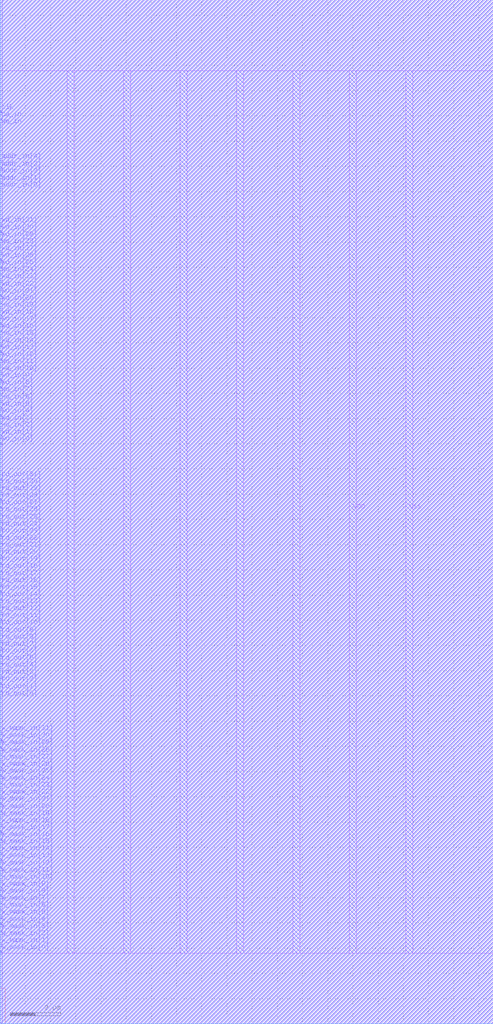
<source format=lef>
VERSION 5.7 ;
BUSBITCHARS "[]" ;
MACRO fakeram45_32x32_upper
  FOREIGN fakeram45_32x32_upper 0 0 ;
  SYMMETRY X Y R90 ;
  SIZE 0.19 BY 1.4 ;
  CLASS BLOCK ;
  PIN w_mask_in[0]
    DIRECTION INPUT ;
    USE SIGNAL ;
    SHAPE ABUTMENT ;
    PORT
      LAYER metal18 ;
      RECT 0.000 2.800 0.070 2.870 ;
    END
  END w_mask_in[0]
  PIN w_mask_in[1]
    DIRECTION INPUT ;
    USE SIGNAL ;
    SHAPE ABUTMENT ;
    PORT
      LAYER metal18 ;
      RECT 0.000 3.080 0.070 3.150 ;
    END
  END w_mask_in[1]
  PIN w_mask_in[2]
    DIRECTION INPUT ;
    USE SIGNAL ;
    SHAPE ABUTMENT ;
    PORT
      LAYER metal18 ;
      RECT 0.000 3.360 0.070 3.430 ;
    END
  END w_mask_in[2]
  PIN w_mask_in[3]
    DIRECTION INPUT ;
    USE SIGNAL ;
    SHAPE ABUTMENT ;
    PORT
      LAYER metal18 ;
      RECT 0.000 3.640 0.070 3.710 ;
    END
  END w_mask_in[3]
  PIN w_mask_in[4]
    DIRECTION INPUT ;
    USE SIGNAL ;
    SHAPE ABUTMENT ;
    PORT
      LAYER metal18 ;
      RECT 0.000 3.920 0.070 3.990 ;
    END
  END w_mask_in[4]
  PIN w_mask_in[5]
    DIRECTION INPUT ;
    USE SIGNAL ;
    SHAPE ABUTMENT ;
    PORT
      LAYER metal18 ;
      RECT 0.000 4.200 0.070 4.270 ;
    END
  END w_mask_in[5]
  PIN w_mask_in[6]
    DIRECTION INPUT ;
    USE SIGNAL ;
    SHAPE ABUTMENT ;
    PORT
      LAYER metal18 ;
      RECT 0.000 4.480 0.070 4.550 ;
    END
  END w_mask_in[6]
  PIN w_mask_in[7]
    DIRECTION INPUT ;
    USE SIGNAL ;
    SHAPE ABUTMENT ;
    PORT
      LAYER metal18 ;
      RECT 0.000 4.760 0.070 4.830 ;
    END
  END w_mask_in[7]
  PIN w_mask_in[8]
    DIRECTION INPUT ;
    USE SIGNAL ;
    SHAPE ABUTMENT ;
    PORT
      LAYER metal18 ;
      RECT 0.000 5.040 0.070 5.110 ;
    END
  END w_mask_in[8]
  PIN w_mask_in[9]
    DIRECTION INPUT ;
    USE SIGNAL ;
    SHAPE ABUTMENT ;
    PORT
      LAYER metal18 ;
      RECT 0.000 5.320 0.070 5.390 ;
    END
  END w_mask_in[9]
  PIN w_mask_in[10]
    DIRECTION INPUT ;
    USE SIGNAL ;
    SHAPE ABUTMENT ;
    PORT
      LAYER metal18 ;
      RECT 0.000 5.600 0.070 5.670 ;
    END
  END w_mask_in[10]
  PIN w_mask_in[11]
    DIRECTION INPUT ;
    USE SIGNAL ;
    SHAPE ABUTMENT ;
    PORT
      LAYER metal18 ;
      RECT 0.000 5.880 0.070 5.950 ;
    END
  END w_mask_in[11]
  PIN w_mask_in[12]
    DIRECTION INPUT ;
    USE SIGNAL ;
    SHAPE ABUTMENT ;
    PORT
      LAYER metal18 ;
      RECT 0.000 6.160 0.070 6.230 ;
    END
  END w_mask_in[12]
  PIN w_mask_in[13]
    DIRECTION INPUT ;
    USE SIGNAL ;
    SHAPE ABUTMENT ;
    PORT
      LAYER metal18 ;
      RECT 0.000 6.440 0.070 6.510 ;
    END
  END w_mask_in[13]
  PIN w_mask_in[14]
    DIRECTION INPUT ;
    USE SIGNAL ;
    SHAPE ABUTMENT ;
    PORT
      LAYER metal18 ;
      RECT 0.000 6.720 0.070 6.790 ;
    END
  END w_mask_in[14]
  PIN w_mask_in[15]
    DIRECTION INPUT ;
    USE SIGNAL ;
    SHAPE ABUTMENT ;
    PORT
      LAYER metal18 ;
      RECT 0.000 7.000 0.070 7.070 ;
    END
  END w_mask_in[15]
  PIN w_mask_in[16]
    DIRECTION INPUT ;
    USE SIGNAL ;
    SHAPE ABUTMENT ;
    PORT
      LAYER metal18 ;
      RECT 0.000 7.280 0.070 7.350 ;
    END
  END w_mask_in[16]
  PIN w_mask_in[17]
    DIRECTION INPUT ;
    USE SIGNAL ;
    SHAPE ABUTMENT ;
    PORT
      LAYER metal18 ;
      RECT 0.000 7.560 0.070 7.630 ;
    END
  END w_mask_in[17]
  PIN w_mask_in[18]
    DIRECTION INPUT ;
    USE SIGNAL ;
    SHAPE ABUTMENT ;
    PORT
      LAYER metal18 ;
      RECT 0.000 7.840 0.070 7.910 ;
    END
  END w_mask_in[18]
  PIN w_mask_in[19]
    DIRECTION INPUT ;
    USE SIGNAL ;
    SHAPE ABUTMENT ;
    PORT
      LAYER metal18 ;
      RECT 0.000 8.120 0.070 8.190 ;
    END
  END w_mask_in[19]
  PIN w_mask_in[20]
    DIRECTION INPUT ;
    USE SIGNAL ;
    SHAPE ABUTMENT ;
    PORT
      LAYER metal18 ;
      RECT 0.000 8.400 0.070 8.470 ;
    END
  END w_mask_in[20]
  PIN w_mask_in[21]
    DIRECTION INPUT ;
    USE SIGNAL ;
    SHAPE ABUTMENT ;
    PORT
      LAYER metal18 ;
      RECT 0.000 8.680 0.070 8.750 ;
    END
  END w_mask_in[21]
  PIN w_mask_in[22]
    DIRECTION INPUT ;
    USE SIGNAL ;
    SHAPE ABUTMENT ;
    PORT
      LAYER metal18 ;
      RECT 0.000 8.960 0.070 9.030 ;
    END
  END w_mask_in[22]
  PIN w_mask_in[23]
    DIRECTION INPUT ;
    USE SIGNAL ;
    SHAPE ABUTMENT ;
    PORT
      LAYER metal18 ;
      RECT 0.000 9.240 0.070 9.310 ;
    END
  END w_mask_in[23]
  PIN w_mask_in[24]
    DIRECTION INPUT ;
    USE SIGNAL ;
    SHAPE ABUTMENT ;
    PORT
      LAYER metal18 ;
      RECT 0.000 9.520 0.070 9.590 ;
    END
  END w_mask_in[24]
  PIN w_mask_in[25]
    DIRECTION INPUT ;
    USE SIGNAL ;
    SHAPE ABUTMENT ;
    PORT
      LAYER metal18 ;
      RECT 0.000 9.800 0.070 9.870 ;
    END
  END w_mask_in[25]
  PIN w_mask_in[26]
    DIRECTION INPUT ;
    USE SIGNAL ;
    SHAPE ABUTMENT ;
    PORT
      LAYER metal18 ;
      RECT 0.000 10.080 0.070 10.150 ;
    END
  END w_mask_in[26]
  PIN w_mask_in[27]
    DIRECTION INPUT ;
    USE SIGNAL ;
    SHAPE ABUTMENT ;
    PORT
      LAYER metal18 ;
      RECT 0.000 10.360 0.070 10.430 ;
    END
  END w_mask_in[27]
  PIN w_mask_in[28]
    DIRECTION INPUT ;
    USE SIGNAL ;
    SHAPE ABUTMENT ;
    PORT
      LAYER metal18 ;
      RECT 0.000 10.640 0.070 10.710 ;
    END
  END w_mask_in[28]
  PIN w_mask_in[29]
    DIRECTION INPUT ;
    USE SIGNAL ;
    SHAPE ABUTMENT ;
    PORT
      LAYER metal18 ;
      RECT 0.000 10.920 0.070 10.990 ;
    END
  END w_mask_in[29]
  PIN w_mask_in[30]
    DIRECTION INPUT ;
    USE SIGNAL ;
    SHAPE ABUTMENT ;
    PORT
      LAYER metal18 ;
      RECT 0.000 11.200 0.070 11.270 ;
    END
  END w_mask_in[30]
  PIN w_mask_in[31]
    DIRECTION INPUT ;
    USE SIGNAL ;
    SHAPE ABUTMENT ;
    PORT
      LAYER metal18 ;
      RECT 0.000 11.480 0.070 11.550 ;
    END
  END w_mask_in[31]
  PIN rd_out[0]
    DIRECTION OUTPUT ;
    USE SIGNAL ;
    SHAPE ABUTMENT ;
    PORT
      LAYER metal18 ;
      RECT 0.000 12.880 0.070 12.950 ;
    END
  END rd_out[0]
  PIN rd_out[1]
    DIRECTION OUTPUT ;
    USE SIGNAL ;
    SHAPE ABUTMENT ;
    PORT
      LAYER metal18 ;
      RECT 0.000 13.160 0.070 13.230 ;
    END
  END rd_out[1]
  PIN rd_out[2]
    DIRECTION OUTPUT ;
    USE SIGNAL ;
    SHAPE ABUTMENT ;
    PORT
      LAYER metal18 ;
      RECT 0.000 13.440 0.070 13.510 ;
    END
  END rd_out[2]
  PIN rd_out[3]
    DIRECTION OUTPUT ;
    USE SIGNAL ;
    SHAPE ABUTMENT ;
    PORT
      LAYER metal18 ;
      RECT 0.000 13.720 0.070 13.790 ;
    END
  END rd_out[3]
  PIN rd_out[4]
    DIRECTION OUTPUT ;
    USE SIGNAL ;
    SHAPE ABUTMENT ;
    PORT
      LAYER metal18 ;
      RECT 0.000 14.000 0.070 14.070 ;
    END
  END rd_out[4]
  PIN rd_out[5]
    DIRECTION OUTPUT ;
    USE SIGNAL ;
    SHAPE ABUTMENT ;
    PORT
      LAYER metal18 ;
      RECT 0.000 14.280 0.070 14.350 ;
    END
  END rd_out[5]
  PIN rd_out[6]
    DIRECTION OUTPUT ;
    USE SIGNAL ;
    SHAPE ABUTMENT ;
    PORT
      LAYER metal18 ;
      RECT 0.000 14.560 0.070 14.630 ;
    END
  END rd_out[6]
  PIN rd_out[7]
    DIRECTION OUTPUT ;
    USE SIGNAL ;
    SHAPE ABUTMENT ;
    PORT
      LAYER metal18 ;
      RECT 0.000 14.840 0.070 14.910 ;
    END
  END rd_out[7]
  PIN rd_out[8]
    DIRECTION OUTPUT ;
    USE SIGNAL ;
    SHAPE ABUTMENT ;
    PORT
      LAYER metal18 ;
      RECT 0.000 15.120 0.070 15.190 ;
    END
  END rd_out[8]
  PIN rd_out[9]
    DIRECTION OUTPUT ;
    USE SIGNAL ;
    SHAPE ABUTMENT ;
    PORT
      LAYER metal18 ;
      RECT 0.000 15.400 0.070 15.470 ;
    END
  END rd_out[9]
  PIN rd_out[10]
    DIRECTION OUTPUT ;
    USE SIGNAL ;
    SHAPE ABUTMENT ;
    PORT
      LAYER metal18 ;
      RECT 0.000 15.680 0.070 15.750 ;
    END
  END rd_out[10]
  PIN rd_out[11]
    DIRECTION OUTPUT ;
    USE SIGNAL ;
    SHAPE ABUTMENT ;
    PORT
      LAYER metal18 ;
      RECT 0.000 15.960 0.070 16.030 ;
    END
  END rd_out[11]
  PIN rd_out[12]
    DIRECTION OUTPUT ;
    USE SIGNAL ;
    SHAPE ABUTMENT ;
    PORT
      LAYER metal18 ;
      RECT 0.000 16.240 0.070 16.310 ;
    END
  END rd_out[12]
  PIN rd_out[13]
    DIRECTION OUTPUT ;
    USE SIGNAL ;
    SHAPE ABUTMENT ;
    PORT
      LAYER metal18 ;
      RECT 0.000 16.520 0.070 16.590 ;
    END
  END rd_out[13]
  PIN rd_out[14]
    DIRECTION OUTPUT ;
    USE SIGNAL ;
    SHAPE ABUTMENT ;
    PORT
      LAYER metal18 ;
      RECT 0.000 16.800 0.070 16.870 ;
    END
  END rd_out[14]
  PIN rd_out[15]
    DIRECTION OUTPUT ;
    USE SIGNAL ;
    SHAPE ABUTMENT ;
    PORT
      LAYER metal18 ;
      RECT 0.000 17.080 0.070 17.150 ;
    END
  END rd_out[15]
  PIN rd_out[16]
    DIRECTION OUTPUT ;
    USE SIGNAL ;
    SHAPE ABUTMENT ;
    PORT
      LAYER metal18 ;
      RECT 0.000 17.360 0.070 17.430 ;
    END
  END rd_out[16]
  PIN rd_out[17]
    DIRECTION OUTPUT ;
    USE SIGNAL ;
    SHAPE ABUTMENT ;
    PORT
      LAYER metal18 ;
      RECT 0.000 17.640 0.070 17.710 ;
    END
  END rd_out[17]
  PIN rd_out[18]
    DIRECTION OUTPUT ;
    USE SIGNAL ;
    SHAPE ABUTMENT ;
    PORT
      LAYER metal18 ;
      RECT 0.000 17.920 0.070 17.990 ;
    END
  END rd_out[18]
  PIN rd_out[19]
    DIRECTION OUTPUT ;
    USE SIGNAL ;
    SHAPE ABUTMENT ;
    PORT
      LAYER metal18 ;
      RECT 0.000 18.200 0.070 18.270 ;
    END
  END rd_out[19]
  PIN rd_out[20]
    DIRECTION OUTPUT ;
    USE SIGNAL ;
    SHAPE ABUTMENT ;
    PORT
      LAYER metal18 ;
      RECT 0.000 18.480 0.070 18.550 ;
    END
  END rd_out[20]
  PIN rd_out[21]
    DIRECTION OUTPUT ;
    USE SIGNAL ;
    SHAPE ABUTMENT ;
    PORT
      LAYER metal18 ;
      RECT 0.000 18.760 0.070 18.830 ;
    END
  END rd_out[21]
  PIN rd_out[22]
    DIRECTION OUTPUT ;
    USE SIGNAL ;
    SHAPE ABUTMENT ;
    PORT
      LAYER metal18 ;
      RECT 0.000 19.040 0.070 19.110 ;
    END
  END rd_out[22]
  PIN rd_out[23]
    DIRECTION OUTPUT ;
    USE SIGNAL ;
    SHAPE ABUTMENT ;
    PORT
      LAYER metal18 ;
      RECT 0.000 19.320 0.070 19.390 ;
    END
  END rd_out[23]
  PIN rd_out[24]
    DIRECTION OUTPUT ;
    USE SIGNAL ;
    SHAPE ABUTMENT ;
    PORT
      LAYER metal18 ;
      RECT 0.000 19.600 0.070 19.670 ;
    END
  END rd_out[24]
  PIN rd_out[25]
    DIRECTION OUTPUT ;
    USE SIGNAL ;
    SHAPE ABUTMENT ;
    PORT
      LAYER metal18 ;
      RECT 0.000 19.880 0.070 19.950 ;
    END
  END rd_out[25]
  PIN rd_out[26]
    DIRECTION OUTPUT ;
    USE SIGNAL ;
    SHAPE ABUTMENT ;
    PORT
      LAYER metal18 ;
      RECT 0.000 20.160 0.070 20.230 ;
    END
  END rd_out[26]
  PIN rd_out[27]
    DIRECTION OUTPUT ;
    USE SIGNAL ;
    SHAPE ABUTMENT ;
    PORT
      LAYER metal18 ;
      RECT 0.000 20.440 0.070 20.510 ;
    END
  END rd_out[27]
  PIN rd_out[28]
    DIRECTION OUTPUT ;
    USE SIGNAL ;
    SHAPE ABUTMENT ;
    PORT
      LAYER metal18 ;
      RECT 0.000 20.720 0.070 20.790 ;
    END
  END rd_out[28]
  PIN rd_out[29]
    DIRECTION OUTPUT ;
    USE SIGNAL ;
    SHAPE ABUTMENT ;
    PORT
      LAYER metal18 ;
      RECT 0.000 21.000 0.070 21.070 ;
    END
  END rd_out[29]
  PIN rd_out[30]
    DIRECTION OUTPUT ;
    USE SIGNAL ;
    SHAPE ABUTMENT ;
    PORT
      LAYER metal18 ;
      RECT 0.000 21.280 0.070 21.350 ;
    END
  END rd_out[30]
  PIN rd_out[31]
    DIRECTION OUTPUT ;
    USE SIGNAL ;
    SHAPE ABUTMENT ;
    PORT
      LAYER metal18 ;
      RECT 0.000 21.560 0.070 21.630 ;
    END
  END rd_out[31]
  PIN wd_in[0]
    DIRECTION INPUT ;
    USE SIGNAL ;
    SHAPE ABUTMENT ;
    PORT
      LAYER metal18 ;
      RECT 0.000 22.960 0.070 23.030 ;
    END
  END wd_in[0]
  PIN wd_in[1]
    DIRECTION INPUT ;
    USE SIGNAL ;
    SHAPE ABUTMENT ;
    PORT
      LAYER metal18 ;
      RECT 0.000 23.240 0.070 23.310 ;
    END
  END wd_in[1]
  PIN wd_in[2]
    DIRECTION INPUT ;
    USE SIGNAL ;
    SHAPE ABUTMENT ;
    PORT
      LAYER metal18 ;
      RECT 0.000 23.520 0.070 23.590 ;
    END
  END wd_in[2]
  PIN wd_in[3]
    DIRECTION INPUT ;
    USE SIGNAL ;
    SHAPE ABUTMENT ;
    PORT
      LAYER metal18 ;
      RECT 0.000 23.800 0.070 23.870 ;
    END
  END wd_in[3]
  PIN wd_in[4]
    DIRECTION INPUT ;
    USE SIGNAL ;
    SHAPE ABUTMENT ;
    PORT
      LAYER metal18 ;
      RECT 0.000 24.080 0.070 24.150 ;
    END
  END wd_in[4]
  PIN wd_in[5]
    DIRECTION INPUT ;
    USE SIGNAL ;
    SHAPE ABUTMENT ;
    PORT
      LAYER metal18 ;
      RECT 0.000 24.360 0.070 24.430 ;
    END
  END wd_in[5]
  PIN wd_in[6]
    DIRECTION INPUT ;
    USE SIGNAL ;
    SHAPE ABUTMENT ;
    PORT
      LAYER metal18 ;
      RECT 0.000 24.640 0.070 24.710 ;
    END
  END wd_in[6]
  PIN wd_in[7]
    DIRECTION INPUT ;
    USE SIGNAL ;
    SHAPE ABUTMENT ;
    PORT
      LAYER metal18 ;
      RECT 0.000 24.920 0.070 24.990 ;
    END
  END wd_in[7]
  PIN wd_in[8]
    DIRECTION INPUT ;
    USE SIGNAL ;
    SHAPE ABUTMENT ;
    PORT
      LAYER metal18 ;
      RECT 0.000 25.200 0.070 25.270 ;
    END
  END wd_in[8]
  PIN wd_in[9]
    DIRECTION INPUT ;
    USE SIGNAL ;
    SHAPE ABUTMENT ;
    PORT
      LAYER metal18 ;
      RECT 0.000 25.480 0.070 25.550 ;
    END
  END wd_in[9]
  PIN wd_in[10]
    DIRECTION INPUT ;
    USE SIGNAL ;
    SHAPE ABUTMENT ;
    PORT
      LAYER metal18 ;
      RECT 0.000 25.760 0.070 25.830 ;
    END
  END wd_in[10]
  PIN wd_in[11]
    DIRECTION INPUT ;
    USE SIGNAL ;
    SHAPE ABUTMENT ;
    PORT
      LAYER metal18 ;
      RECT 0.000 26.040 0.070 26.110 ;
    END
  END wd_in[11]
  PIN wd_in[12]
    DIRECTION INPUT ;
    USE SIGNAL ;
    SHAPE ABUTMENT ;
    PORT
      LAYER metal18 ;
      RECT 0.000 26.320 0.070 26.390 ;
    END
  END wd_in[12]
  PIN wd_in[13]
    DIRECTION INPUT ;
    USE SIGNAL ;
    SHAPE ABUTMENT ;
    PORT
      LAYER metal18 ;
      RECT 0.000 26.600 0.070 26.670 ;
    END
  END wd_in[13]
  PIN wd_in[14]
    DIRECTION INPUT ;
    USE SIGNAL ;
    SHAPE ABUTMENT ;
    PORT
      LAYER metal18 ;
      RECT 0.000 26.880 0.070 26.950 ;
    END
  END wd_in[14]
  PIN wd_in[15]
    DIRECTION INPUT ;
    USE SIGNAL ;
    SHAPE ABUTMENT ;
    PORT
      LAYER metal18 ;
      RECT 0.000 27.160 0.070 27.230 ;
    END
  END wd_in[15]
  PIN wd_in[16]
    DIRECTION INPUT ;
    USE SIGNAL ;
    SHAPE ABUTMENT ;
    PORT
      LAYER metal18 ;
      RECT 0.000 27.440 0.070 27.510 ;
    END
  END wd_in[16]
  PIN wd_in[17]
    DIRECTION INPUT ;
    USE SIGNAL ;
    SHAPE ABUTMENT ;
    PORT
      LAYER metal18 ;
      RECT 0.000 27.720 0.070 27.790 ;
    END
  END wd_in[17]
  PIN wd_in[18]
    DIRECTION INPUT ;
    USE SIGNAL ;
    SHAPE ABUTMENT ;
    PORT
      LAYER metal18 ;
      RECT 0.000 28.000 0.070 28.070 ;
    END
  END wd_in[18]
  PIN wd_in[19]
    DIRECTION INPUT ;
    USE SIGNAL ;
    SHAPE ABUTMENT ;
    PORT
      LAYER metal18 ;
      RECT 0.000 28.280 0.070 28.350 ;
    END
  END wd_in[19]
  PIN wd_in[20]
    DIRECTION INPUT ;
    USE SIGNAL ;
    SHAPE ABUTMENT ;
    PORT
      LAYER metal18 ;
      RECT 0.000 28.560 0.070 28.630 ;
    END
  END wd_in[20]
  PIN wd_in[21]
    DIRECTION INPUT ;
    USE SIGNAL ;
    SHAPE ABUTMENT ;
    PORT
      LAYER metal18 ;
      RECT 0.000 28.840 0.070 28.910 ;
    END
  END wd_in[21]
  PIN wd_in[22]
    DIRECTION INPUT ;
    USE SIGNAL ;
    SHAPE ABUTMENT ;
    PORT
      LAYER metal18 ;
      RECT 0.000 29.120 0.070 29.190 ;
    END
  END wd_in[22]
  PIN wd_in[23]
    DIRECTION INPUT ;
    USE SIGNAL ;
    SHAPE ABUTMENT ;
    PORT
      LAYER metal18 ;
      RECT 0.000 29.400 0.070 29.470 ;
    END
  END wd_in[23]
  PIN wd_in[24]
    DIRECTION INPUT ;
    USE SIGNAL ;
    SHAPE ABUTMENT ;
    PORT
      LAYER metal18 ;
      RECT 0.000 29.680 0.070 29.750 ;
    END
  END wd_in[24]
  PIN wd_in[25]
    DIRECTION INPUT ;
    USE SIGNAL ;
    SHAPE ABUTMENT ;
    PORT
      LAYER metal18 ;
      RECT 0.000 29.960 0.070 30.030 ;
    END
  END wd_in[25]
  PIN wd_in[26]
    DIRECTION INPUT ;
    USE SIGNAL ;
    SHAPE ABUTMENT ;
    PORT
      LAYER metal18 ;
      RECT 0.000 30.240 0.070 30.310 ;
    END
  END wd_in[26]
  PIN wd_in[27]
    DIRECTION INPUT ;
    USE SIGNAL ;
    SHAPE ABUTMENT ;
    PORT
      LAYER metal18 ;
      RECT 0.000 30.520 0.070 30.590 ;
    END
  END wd_in[27]
  PIN wd_in[28]
    DIRECTION INPUT ;
    USE SIGNAL ;
    SHAPE ABUTMENT ;
    PORT
      LAYER metal18 ;
      RECT 0.000 30.800 0.070 30.870 ;
    END
  END wd_in[28]
  PIN wd_in[29]
    DIRECTION INPUT ;
    USE SIGNAL ;
    SHAPE ABUTMENT ;
    PORT
      LAYER metal18 ;
      RECT 0.000 31.080 0.070 31.150 ;
    END
  END wd_in[29]
  PIN wd_in[30]
    DIRECTION INPUT ;
    USE SIGNAL ;
    SHAPE ABUTMENT ;
    PORT
      LAYER metal18 ;
      RECT 0.000 31.360 0.070 31.430 ;
    END
  END wd_in[30]
  PIN wd_in[31]
    DIRECTION INPUT ;
    USE SIGNAL ;
    SHAPE ABUTMENT ;
    PORT
      LAYER metal18 ;
      RECT 0.000 31.640 0.070 31.710 ;
    END
  END wd_in[31]
  PIN addr_in[0]
    DIRECTION INPUT ;
    USE SIGNAL ;
    SHAPE ABUTMENT ;
    PORT
      LAYER metal18 ;
      RECT 0.000 33.040 0.070 33.110 ;
    END
  END addr_in[0]
  PIN addr_in[1]
    DIRECTION INPUT ;
    USE SIGNAL ;
    SHAPE ABUTMENT ;
    PORT
      LAYER metal18 ;
      RECT 0.000 33.320 0.070 33.390 ;
    END
  END addr_in[1]
  PIN addr_in[2]
    DIRECTION INPUT ;
    USE SIGNAL ;
    SHAPE ABUTMENT ;
    PORT
      LAYER metal18 ;
      RECT 0.000 33.600 0.070 33.670 ;
    END
  END addr_in[2]
  PIN addr_in[3]
    DIRECTION INPUT ;
    USE SIGNAL ;
    SHAPE ABUTMENT ;
    PORT
      LAYER metal18 ;
      RECT 0.000 33.880 0.070 33.950 ;
    END
  END addr_in[3]
  PIN addr_in[4]
    DIRECTION INPUT ;
    USE SIGNAL ;
    SHAPE ABUTMENT ;
    PORT
      LAYER metal18 ;
      RECT 0.000 34.160 0.070 34.230 ;
    END
  END addr_in[4]
  PIN we_in
    DIRECTION INPUT ;
    USE SIGNAL ;
    SHAPE ABUTMENT ;
    PORT
      LAYER metal18 ;
      RECT 0.000 35.560 0.070 35.630 ;
    END
  END we_in
  PIN ce_in
    DIRECTION INPUT ;
    USE SIGNAL ;
    SHAPE ABUTMENT ;
    PORT
      LAYER metal18 ;
      RECT 0.000 35.840 0.070 35.910 ;
    END
  END ce_in
  PIN clk
    DIRECTION INPUT ;
    USE SIGNAL ;
    SHAPE ABUTMENT ;
    PORT
      LAYER metal18 ;
      RECT 0.000 36.120 0.070 36.190 ;
    END
  END clk
  PIN VSS
    DIRECTION INOUT ;
    USE GROUND ;
    PORT
      LAYER metal17 ;
      RECT 2.660 2.800 2.940 37.800 ;
      RECT 7.140 2.800 7.420 37.800 ;
      RECT 11.620 2.800 11.900 37.800 ;
      RECT 16.100 2.800 16.380 37.800 ;
    END
  END VSS
  PIN VDD
    DIRECTION INOUT ;
    USE POWER ;
    PORT
      LAYER metal17 ;
      RECT 4.900 2.800 5.180 37.800 ;
      RECT 9.380 2.800 9.660 37.800 ;
      RECT 13.860 2.800 14.140 37.800 ;
    END
  END VDD
  OBS
    LAYER metal20 ;
    RECT 0 0 19.570 40.600 ;
    LAYER metal19 ;
    RECT 0 0 19.570 40.600 ;
    LAYER metal18 ;
    RECT 0.070 0 19.570 40.600 ;
    RECT 0 0.000 0.070 2.800 ;
    RECT 0 2.870 0.070 3.080 ;
    RECT 0 3.150 0.070 3.360 ;
    RECT 0 3.430 0.070 3.640 ;
    RECT 0 3.710 0.070 3.920 ;
    RECT 0 3.990 0.070 4.200 ;
    RECT 0 4.270 0.070 4.480 ;
    RECT 0 4.550 0.070 4.760 ;
    RECT 0 4.830 0.070 5.040 ;
    RECT 0 5.110 0.070 5.320 ;
    RECT 0 5.390 0.070 5.600 ;
    RECT 0 5.670 0.070 5.880 ;
    RECT 0 5.950 0.070 6.160 ;
    RECT 0 6.230 0.070 6.440 ;
    RECT 0 6.510 0.070 6.720 ;
    RECT 0 6.790 0.070 7.000 ;
    RECT 0 7.070 0.070 7.280 ;
    RECT 0 7.350 0.070 7.560 ;
    RECT 0 7.630 0.070 7.840 ;
    RECT 0 7.910 0.070 8.120 ;
    RECT 0 8.190 0.070 8.400 ;
    RECT 0 8.470 0.070 8.680 ;
    RECT 0 8.750 0.070 8.960 ;
    RECT 0 9.030 0.070 9.240 ;
    RECT 0 9.310 0.070 9.520 ;
    RECT 0 9.590 0.070 9.800 ;
    RECT 0 9.870 0.070 10.080 ;
    RECT 0 10.150 0.070 10.360 ;
    RECT 0 10.430 0.070 10.640 ;
    RECT 0 10.710 0.070 10.920 ;
    RECT 0 10.990 0.070 11.200 ;
    RECT 0 11.270 0.070 11.480 ;
    RECT 0 11.550 0.070 12.880 ;
    RECT 0 12.950 0.070 13.160 ;
    RECT 0 13.230 0.070 13.440 ;
    RECT 0 13.510 0.070 13.720 ;
    RECT 0 13.790 0.070 14.000 ;
    RECT 0 14.070 0.070 14.280 ;
    RECT 0 14.350 0.070 14.560 ;
    RECT 0 14.630 0.070 14.840 ;
    RECT 0 14.910 0.070 15.120 ;
    RECT 0 15.190 0.070 15.400 ;
    RECT 0 15.470 0.070 15.680 ;
    RECT 0 15.750 0.070 15.960 ;
    RECT 0 16.030 0.070 16.240 ;
    RECT 0 16.310 0.070 16.520 ;
    RECT 0 16.590 0.070 16.800 ;
    RECT 0 16.870 0.070 17.080 ;
    RECT 0 17.150 0.070 17.360 ;
    RECT 0 17.430 0.070 17.640 ;
    RECT 0 17.710 0.070 17.920 ;
    RECT 0 17.990 0.070 18.200 ;
    RECT 0 18.270 0.070 18.480 ;
    RECT 0 18.550 0.070 18.760 ;
    RECT 0 18.830 0.070 19.040 ;
    RECT 0 19.110 0.070 19.320 ;
    RECT 0 19.390 0.070 19.600 ;
    RECT 0 19.670 0.070 19.880 ;
    RECT 0 19.950 0.070 20.160 ;
    RECT 0 20.230 0.070 20.440 ;
    RECT 0 20.510 0.070 20.720 ;
    RECT 0 20.790 0.070 21.000 ;
    RECT 0 21.070 0.070 21.280 ;
    RECT 0 21.350 0.070 21.560 ;
    RECT 0 21.630 0.070 22.960 ;
    RECT 0 23.030 0.070 23.240 ;
    RECT 0 23.310 0.070 23.520 ;
    RECT 0 23.590 0.070 23.800 ;
    RECT 0 23.870 0.070 24.080 ;
    RECT 0 24.150 0.070 24.360 ;
    RECT 0 24.430 0.070 24.640 ;
    RECT 0 24.710 0.070 24.920 ;
    RECT 0 24.990 0.070 25.200 ;
    RECT 0 25.270 0.070 25.480 ;
    RECT 0 25.550 0.070 25.760 ;
    RECT 0 25.830 0.070 26.040 ;
    RECT 0 26.110 0.070 26.320 ;
    RECT 0 26.390 0.070 26.600 ;
    RECT 0 26.670 0.070 26.880 ;
    RECT 0 26.950 0.070 27.160 ;
    RECT 0 27.230 0.070 27.440 ;
    RECT 0 27.510 0.070 27.720 ;
    RECT 0 27.790 0.070 28.000 ;
    RECT 0 28.070 0.070 28.280 ;
    RECT 0 28.350 0.070 28.560 ;
    RECT 0 28.630 0.070 28.840 ;
    RECT 0 28.910 0.070 29.120 ;
    RECT 0 29.190 0.070 29.400 ;
    RECT 0 29.470 0.070 29.680 ;
    RECT 0 29.750 0.070 29.960 ;
    RECT 0 30.030 0.070 30.240 ;
    RECT 0 30.310 0.070 30.520 ;
    RECT 0 30.590 0.070 30.800 ;
    RECT 0 30.870 0.070 31.080 ;
    RECT 0 31.150 0.070 31.360 ;
    RECT 0 31.430 0.070 31.640 ;
    RECT 0 31.710 0.070 33.040 ;
    RECT 0 33.110 0.070 33.320 ;
    RECT 0 33.390 0.070 33.600 ;
    RECT 0 33.670 0.070 33.880 ;
    RECT 0 33.950 0.070 34.160 ;
    RECT 0 34.230 0.070 35.560 ;
    RECT 0 35.630 0.070 35.840 ;
    RECT 0 35.910 0.070 36.120 ;
    RECT 0 36.190 0.070 40.600 ;
    LAYER metal17 ;
    RECT 0 0 19.570 2.800 ;
    RECT 0 37.800 19.570 40.600 ;
    RECT 0.000 2.800 2.660 37.800 ;
    RECT 2.940 2.800 4.900 37.800 ;
    RECT 5.180 2.800 7.140 37.800 ;
    RECT 7.420 2.800 9.380 37.800 ;
    RECT 9.660 2.800 11.620 37.800 ;
    RECT 11.900 2.800 13.860 37.800 ;
    RECT 14.140 2.800 16.100 37.800 ;
    RECT 16.380 2.800 19.570 37.800 ;
  END
END fakeram45_32x32_upper

END LIBRARY

</source>
